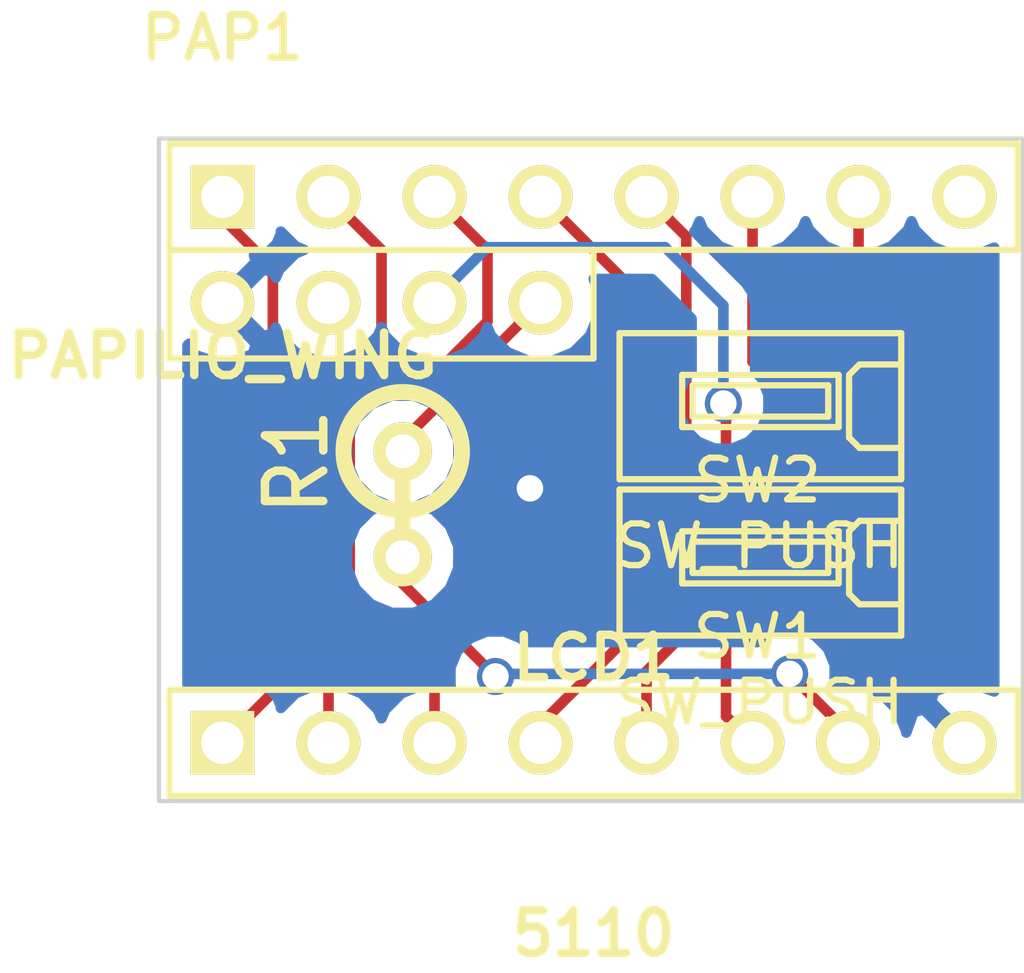
<source format=kicad_pcb>
(kicad_pcb (version 3) (host pcbnew "(2013-07-07 BZR 4022)-stable")

  (general
    (links 13)
    (no_connects 0)
    (area 175.370067 100.4951 201.878001 123.6726)
    (thickness 1.6)
    (drawings 5)
    (tracks 54)
    (zones 0)
    (modules 5)
    (nets 12)
  )

  (page A3)
  (layers
    (15 F.Cu signal)
    (0 B.Cu signal)
    (16 B.Adhes user)
    (17 F.Adhes user)
    (18 B.Paste user)
    (19 F.Paste user)
    (20 B.SilkS user)
    (21 F.SilkS user)
    (22 B.Mask user)
    (23 F.Mask user)
    (24 Dwgs.User user)
    (25 Cmts.User user)
    (26 Eco1.User user)
    (27 Eco2.User user)
    (28 Edge.Cuts user)
  )

  (setup
    (last_trace_width 0.254)
    (trace_clearance 0.254)
    (zone_clearance 0.508)
    (zone_45_only no)
    (trace_min 0.254)
    (segment_width 0.2)
    (edge_width 0.1)
    (via_size 0.889)
    (via_drill 0.635)
    (via_min_size 0.889)
    (via_min_drill 0.508)
    (uvia_size 0.508)
    (uvia_drill 0.127)
    (uvias_allowed no)
    (uvia_min_size 0.508)
    (uvia_min_drill 0.127)
    (pcb_text_width 0.3)
    (pcb_text_size 1.5 1.5)
    (mod_edge_width 0.15)
    (mod_text_size 1 1)
    (mod_text_width 0.15)
    (pad_size 1.5 1.5)
    (pad_drill 0.6)
    (pad_to_mask_clearance 0)
    (aux_axis_origin 0 0)
    (visible_elements FFFE7FBF)
    (pcbplotparams
      (layerselection 284196865)
      (usegerberextensions true)
      (excludeedgelayer true)
      (linewidth 0.150000)
      (plotframeref false)
      (viasonmask false)
      (mode 1)
      (useauxorigin false)
      (hpglpennumber 1)
      (hpglpenspeed 20)
      (hpglpendiameter 15)
      (hpglpenoverlay 2)
      (psnegative false)
      (psa4output false)
      (plotreference false)
      (plotvalue false)
      (plotothertext true)
      (plotinvisibletext false)
      (padsonsilk false)
      (subtractmaskfromsilk false)
      (outputformat 1)
      (mirror false)
      (drillshape 0)
      (scaleselection 1)
      (outputdirectory Gerbers/))
  )

  (net 0 "")
  (net 1 GND)
  (net 2 N-000001)
  (net 3 N-0000011)
  (net 4 N-0000013)
  (net 5 N-000002)
  (net 6 N-000003)
  (net 7 N-000004)
  (net 8 N-000005)
  (net 9 N-000006)
  (net 10 N-000007)
  (net 11 N-000008)

  (net_class Default "This is the default net class."
    (clearance 0.254)
    (trace_width 0.254)
    (via_dia 0.889)
    (via_drill 0.635)
    (uvia_dia 0.508)
    (uvia_drill 0.127)
    (add_net "")
    (add_net GND)
    (add_net N-000001)
    (add_net N-0000011)
    (add_net N-0000013)
    (add_net N-000002)
    (add_net N-000003)
    (add_net N-000004)
    (add_net N-000005)
    (add_net N-000006)
    (add_net N-000007)
    (add_net N-000008)
  )

  (module pin_array_8x2 (layer F.Cu) (tedit 54B83D51) (tstamp 54B83CEB)
    (at 191.389 119.507)
    (descr "Double rangee de contacts 2 x 8 pins")
    (tags CONN)
    (path /54B83A14)
    (fp_text reference LCD1 (at 0 -3.302) (layer F.SilkS)
      (effects (font (size 1.016 1.016) (thickness 0.2032)))
    )
    (fp_text value 5110 (at 0 3.302) (layer F.SilkS)
      (effects (font (size 1.016 1.016) (thickness 0.2032)))
    )
    (fp_line (start -10.16 -2.54) (end 10.16 -2.54) (layer F.SilkS) (width 0.15))
    (fp_line (start 10.16 -2.54) (end 10.16 0) (layer F.SilkS) (width 0.15))
    (fp_line (start 10.16 0) (end -10.16 0) (layer F.SilkS) (width 0.15))
    (fp_line (start -10.16 0) (end -10.16 -2.54) (layer F.SilkS) (width 0.15))
    (pad 1 thru_hole rect (at -8.89 -1.27) (size 1.524 1.524) (drill 1.016)
      (layers *.Cu *.Mask F.SilkS)
      (net 4 N-0000013)
    )
    (pad 2 thru_hole circle (at -6.35 -1.27) (size 1.524 1.524) (drill 1.016)
      (layers *.Cu *.Mask F.SilkS)
      (net 3 N-0000011)
    )
    (pad 3 thru_hole circle (at -3.81 -1.27) (size 1.524 1.524) (drill 1.016)
      (layers *.Cu *.Mask F.SilkS)
      (net 11 N-000008)
    )
    (pad 4 thru_hole circle (at -1.27 -1.27) (size 1.524 1.524) (drill 1.016)
      (layers *.Cu *.Mask F.SilkS)
      (net 5 N-000002)
    )
    (pad 5 thru_hole circle (at 1.27 -1.27) (size 1.524 1.524) (drill 1.016)
      (layers *.Cu *.Mask F.SilkS)
      (net 6 N-000003)
    )
    (pad 6 thru_hole circle (at 3.81 -1.27) (size 1.524 1.524) (drill 1.016)
      (layers *.Cu *.Mask F.SilkS)
      (net 9 N-000006)
    )
    (pad 7 thru_hole circle (at 6.096 -1.27) (size 1.524 1.524) (drill 1.016)
      (layers *.Cu *.Mask F.SilkS)
      (net 8 N-000005)
    )
    (pad 8 thru_hole circle (at 8.89 -1.27) (size 1.524 1.524) (drill 1.016)
      (layers *.Cu *.Mask F.SilkS)
      (net 1 GND)
    )
    (model pin_array/pins_array_8x2.wrl
      (at (xyz 0 0 0))
      (scale (xyz 1 1 1))
      (rotate (xyz 0 0 0))
    )
  )

  (module R1 (layer F.Cu) (tedit 200000) (tstamp 54B83CD3)
    (at 186.817 112.522 270)
    (descr "Resistance verticale")
    (tags R)
    (path /54B83B76)
    (autoplace_cost90 10)
    (autoplace_cost180 10)
    (fp_text reference R1 (at -1.016 2.54 270) (layer F.SilkS)
      (effects (font (size 1.397 1.27) (thickness 0.2032)))
    )
    (fp_text value R (at -1.143 2.54 270) (layer F.SilkS) hide
      (effects (font (size 1.397 1.27) (thickness 0.2032)))
    )
    (fp_line (start -1.27 0) (end 1.27 0) (layer F.SilkS) (width 0.381))
    (fp_circle (center -1.27 0) (end -0.635 1.27) (layer F.SilkS) (width 0.381))
    (pad 1 thru_hole circle (at -1.27 0 270) (size 1.397 1.397) (drill 0.8128)
      (layers *.Cu *.Mask F.SilkS)
      (net 7 N-000004)
    )
    (pad 2 thru_hole circle (at 1.27 0 270) (size 1.397 1.397) (drill 0.8128)
      (layers *.Cu *.Mask F.SilkS)
      (net 8 N-000005)
    )
    (model discret/verti_resistor.wrl
      (at (xyz 0 0 0))
      (scale (xyz 1 1 1))
      (rotate (xyz 0 0 0))
    )
  )

  (module Papilio_Wing (layer F.Cu) (tedit 5404AF8C) (tstamp 54B83D04)
    (at 182.499 105.156)
    (descr "Double rangee de contacts 2 x 6 pins")
    (tags CONN)
    (path /54B83A23)
    (fp_text reference PAP1 (at 0 -3.81) (layer F.SilkS)
      (effects (font (size 1.016 1.016) (thickness 0.1778)))
    )
    (fp_text value PAPILIO_WING (at 0 3.81) (layer F.SilkS)
      (effects (font (size 1.016 1.016) (thickness 0.2032)))
    )
    (fp_line (start 19.05 0) (end 19.05 1.27) (layer F.SilkS) (width 0.15))
    (fp_line (start 8.89 1.27) (end 19.05 1.27) (layer F.SilkS) (width 0.15))
    (fp_line (start 19.05 0) (end 19.05 -1.27) (layer F.SilkS) (width 0.15))
    (fp_line (start 19.05 -1.27) (end -1.27 -1.27) (layer F.SilkS) (width 0.15))
    (fp_line (start -1.27 -1.27) (end -1.27 -1.143) (layer F.SilkS) (width 0.15))
    (fp_line (start 8.89 1.27) (end -1.27 1.27) (layer F.SilkS) (width 0.15))
    (fp_line (start -1.27 -1.2065) (end -1.27 3.8735) (layer F.SilkS) (width 0.15))
    (fp_line (start -1.27 3.8735) (end 8.89 3.8735) (layer F.SilkS) (width 0.15))
    (fp_line (start 8.89 3.8735) (end 8.89 1.3335) (layer F.SilkS) (width 0.15))
    (pad 1 thru_hole rect (at 0 0) (size 1.524 1.524) (drill 1.016)
      (layers *.Cu *.Mask F.SilkS)
      (net 4 N-0000013)
    )
    (pad 7 thru_hole circle (at 15.24 0) (size 1.524 1.524) (drill 1.016)
      (layers *.Cu *.Mask F.SilkS)
      (net 2 N-000001)
    )
    (pad 2 thru_hole circle (at 2.54 0) (size 1.524 1.524) (drill 1.016)
      (layers *.Cu *.Mask F.SilkS)
      (net 3 N-0000011)
    )
    (pad 8 thru_hole circle (at 17.78 0) (size 1.524 1.524) (drill 1.016)
      (layers *.Cu *.Mask F.SilkS)
    )
    (pad 3 thru_hole circle (at 5.08 0) (size 1.524 1.524) (drill 1.016)
      (layers *.Cu *.Mask F.SilkS)
      (net 11 N-000008)
    )
    (pad 4 thru_hole circle (at 7.62 0) (size 1.524 1.524) (drill 1.016)
      (layers *.Cu *.Mask F.SilkS)
      (net 5 N-000002)
    )
    (pad 5 thru_hole circle (at 10.16 0) (size 1.524 1.524) (drill 1.016)
      (layers *.Cu *.Mask F.SilkS)
      (net 6 N-000003)
    )
    (pad 6 thru_hole circle (at 12.7 0) (size 1.524 1.524) (drill 1.016)
      (layers *.Cu *.Mask F.SilkS)
      (net 10 N-000007)
    )
    (pad 9 thru_hole circle (at 7.62 2.54) (size 1.524 1.524) (drill 1.016)
      (layers *.Cu *.Mask F.SilkS)
      (net 7 N-000004)
    )
    (pad 10 thru_hole circle (at 5.08 2.54) (size 1.524 1.524) (drill 1.016)
      (layers *.Cu *.Mask F.SilkS)
      (net 9 N-000006)
    )
    (pad 11 thru_hole circle (at 2.54 2.54) (size 1.524 1.524) (drill 1.016)
      (layers *.Cu *.Mask F.SilkS)
    )
    (pad 12 thru_hole circle (at 0 2.54) (size 1.524 1.524) (drill 1.016)
      (layers *.Cu *.Mask F.SilkS)
      (net 1 GND)
    )
    (model pin_array/pins_array_6x2.wrl
      (at (xyz 0 0 0))
      (scale (xyz 1 1 1))
      (rotate (xyz 0 0 0))
    )
  )

  (module FSMSM (layer F.Cu) (tedit 54B82DE5) (tstamp 54B83D1C)
    (at 195.2625 113.919 180)
    (path /54B83BD5)
    (fp_text reference SW1 (at -0.0508 -1.778 180) (layer F.SilkS)
      (effects (font (size 1 1) (thickness 0.15)))
    )
    (fp_text value SW_PUSH (at -0.1016 -3.3528 180) (layer F.SilkS)
      (effects (font (size 1 1) (thickness 0.15)))
    )
    (fp_line (start -2.25 0.5) (end -2.25 0.75) (layer F.SilkS) (width 0.15))
    (fp_line (start -3.5 -1) (end -2.5 -1) (layer F.SilkS) (width 0.15))
    (fp_line (start -2.5 -1) (end -2.25 -0.75) (layer F.SilkS) (width 0.15))
    (fp_line (start -2.25 -0.75) (end -2.25 0.5) (layer F.SilkS) (width 0.15))
    (fp_line (start -2.25 0.75) (end -2.5 1) (layer F.SilkS) (width 0.15))
    (fp_line (start -2.5 1) (end -3.5 1) (layer F.SilkS) (width 0.15))
    (fp_line (start -1.75 -0.25) (end -1.75 0.5) (layer F.SilkS) (width 0.15))
    (fp_line (start -1.75 0.5) (end 1.5 0.5) (layer F.SilkS) (width 0.15))
    (fp_line (start 1.5 0.5) (end 1.5 -0.25) (layer F.SilkS) (width 0.15))
    (fp_line (start 1.5 -0.25) (end -1.75 -0.25) (layer F.SilkS) (width 0.15))
    (fp_line (start -2 -0.5) (end -2 0.75) (layer F.SilkS) (width 0.15))
    (fp_line (start -2 0.75) (end 1.75 0.75) (layer F.SilkS) (width 0.15))
    (fp_line (start 1.75 0.75) (end 1.75 -0.5) (layer F.SilkS) (width 0.15))
    (fp_line (start 1.75 -0.5) (end -2 -0.5) (layer F.SilkS) (width 0.15))
    (fp_line (start -3.5 -1.75) (end -3.5 1.75) (layer F.SilkS) (width 0.15))
    (fp_line (start -3.5 1.75) (end 3.25 1.75) (layer F.SilkS) (width 0.15))
    (fp_line (start 3.25 1.75) (end 3.25 -1.75) (layer F.SilkS) (width 0.15))
    (fp_line (start 3.25 -1.75) (end -3.5 -1.75) (layer F.SilkS) (width 0.15))
    (pad 1 smd rect (at -4.75 0 180) (size 2.11 1.6)
      (layers F.Cu F.Paste F.Mask)
      (net 10 N-000007)
    )
    (pad 2 smd rect (at 4.5 0 180) (size 2.11 1.6)
      (layers F.Cu F.Paste F.Mask)
      (net 1 GND)
    )
  )

  (module FSMSM (layer F.Cu) (tedit 54B82DE5) (tstamp 54B83D34)
    (at 195.2625 110.1725 180)
    (path /54B83C14)
    (fp_text reference SW2 (at -0.0508 -1.778 180) (layer F.SilkS)
      (effects (font (size 1 1) (thickness 0.15)))
    )
    (fp_text value SW_PUSH (at -0.1016 -3.3528 180) (layer F.SilkS)
      (effects (font (size 1 1) (thickness 0.15)))
    )
    (fp_line (start -2.25 0.5) (end -2.25 0.75) (layer F.SilkS) (width 0.15))
    (fp_line (start -3.5 -1) (end -2.5 -1) (layer F.SilkS) (width 0.15))
    (fp_line (start -2.5 -1) (end -2.25 -0.75) (layer F.SilkS) (width 0.15))
    (fp_line (start -2.25 -0.75) (end -2.25 0.5) (layer F.SilkS) (width 0.15))
    (fp_line (start -2.25 0.75) (end -2.5 1) (layer F.SilkS) (width 0.15))
    (fp_line (start -2.5 1) (end -3.5 1) (layer F.SilkS) (width 0.15))
    (fp_line (start -1.75 -0.25) (end -1.75 0.5) (layer F.SilkS) (width 0.15))
    (fp_line (start -1.75 0.5) (end 1.5 0.5) (layer F.SilkS) (width 0.15))
    (fp_line (start 1.5 0.5) (end 1.5 -0.25) (layer F.SilkS) (width 0.15))
    (fp_line (start 1.5 -0.25) (end -1.75 -0.25) (layer F.SilkS) (width 0.15))
    (fp_line (start -2 -0.5) (end -2 0.75) (layer F.SilkS) (width 0.15))
    (fp_line (start -2 0.75) (end 1.75 0.75) (layer F.SilkS) (width 0.15))
    (fp_line (start 1.75 0.75) (end 1.75 -0.5) (layer F.SilkS) (width 0.15))
    (fp_line (start 1.75 -0.5) (end -2 -0.5) (layer F.SilkS) (width 0.15))
    (fp_line (start -3.5 -1.75) (end -3.5 1.75) (layer F.SilkS) (width 0.15))
    (fp_line (start -3.5 1.75) (end 3.25 1.75) (layer F.SilkS) (width 0.15))
    (fp_line (start 3.25 1.75) (end 3.25 -1.75) (layer F.SilkS) (width 0.15))
    (fp_line (start 3.25 -1.75) (end -3.5 -1.75) (layer F.SilkS) (width 0.15))
    (pad 1 smd rect (at -4.75 0 180) (size 2.11 1.6)
      (layers F.Cu F.Paste F.Mask)
      (net 2 N-000001)
    )
    (pad 2 smd rect (at 4.5 0 180) (size 2.11 1.6)
      (layers F.Cu F.Paste F.Mask)
      (net 1 GND)
    )
  )

  (gr_line (start 180.975 119.634) (end 181.102 119.634) (angle 90) (layer Edge.Cuts) (width 0.1))
  (gr_line (start 180.975 103.759) (end 180.975 119.634) (angle 90) (layer Edge.Cuts) (width 0.1))
  (gr_line (start 201.676 103.759) (end 180.975 103.759) (angle 90) (layer Edge.Cuts) (width 0.1))
  (gr_line (start 201.676 119.634) (end 201.676 103.759) (angle 90) (layer Edge.Cuts) (width 0.1))
  (gr_line (start 181.102 119.634) (end 201.676 119.634) (angle 90) (layer Edge.Cuts) (width 0.1))

  (segment (start 190.7625 112.0775) (end 189.9285 112.0775) (width 0.254) (layer F.Cu) (net 1))
  (via (at 189.865 112.141) (size 0.889) (layers F.Cu B.Cu) (net 1))
  (segment (start 189.9285 112.0775) (end 189.865 112.141) (width 0.254) (layer F.Cu) (net 1) (tstamp 54B840D1))
  (segment (start 190.7625 110.1725) (end 190.7625 112.0775) (width 0.254) (layer F.Cu) (net 1))
  (segment (start 190.7625 112.0775) (end 190.7625 113.919) (width 0.254) (layer F.Cu) (net 1) (tstamp 54B840CF))
  (segment (start 200.0125 110.1725) (end 200.0125 108.763) (width 0.254) (layer F.Cu) (net 2))
  (segment (start 197.739 106.4895) (end 197.739 105.156) (width 0.254) (layer F.Cu) (net 2) (tstamp 54B840C5))
  (segment (start 200.0125 108.763) (end 197.739 106.4895) (width 0.254) (layer F.Cu) (net 2) (tstamp 54B840C3))
  (segment (start 185.039 118.237) (end 185.039 111.125) (width 0.254) (layer F.Cu) (net 3))
  (segment (start 186.309 106.426) (end 185.039 105.156) (width 0.254) (layer F.Cu) (net 3) (tstamp 54B83FFB))
  (segment (start 186.309 108.712) (end 186.309 106.426) (width 0.254) (layer F.Cu) (net 3) (tstamp 54B83FF9))
  (segment (start 185.039 109.982) (end 186.309 108.712) (width 0.254) (layer F.Cu) (net 3) (tstamp 54B83FF8))
  (segment (start 185.039 111.125) (end 185.039 109.982) (width 0.254) (layer F.Cu) (net 3) (tstamp 54B83FF7))
  (segment (start 182.499 105.156) (end 182.499 105.664) (width 0.254) (layer F.Cu) (net 4))
  (segment (start 183.7055 117.0305) (end 182.499 118.237) (width 0.254) (layer F.Cu) (net 4) (tstamp 54B83FF3))
  (segment (start 183.7055 106.8705) (end 183.7055 117.0305) (width 0.254) (layer F.Cu) (net 4) (tstamp 54B83FF1))
  (segment (start 182.499 105.664) (end 183.7055 106.8705) (width 0.254) (layer F.Cu) (net 4) (tstamp 54B83FF0))
  (segment (start 190.119 118.237) (end 190.119 117.7925) (width 0.254) (layer F.Cu) (net 5))
  (segment (start 192.786 107.823) (end 190.119 105.156) (width 0.254) (layer F.Cu) (net 5) (tstamp 54B8405A))
  (segment (start 192.786 115.1255) (end 192.786 107.823) (width 0.254) (layer F.Cu) (net 5) (tstamp 54B84058))
  (segment (start 190.119 117.7925) (end 192.786 115.1255) (width 0.254) (layer F.Cu) (net 5) (tstamp 54B84057))
  (segment (start 192.659 118.237) (end 192.659 116.5225) (width 0.254) (layer F.Cu) (net 6))
  (segment (start 193.6115 106.1085) (end 192.659 105.156) (width 0.254) (layer F.Cu) (net 6) (tstamp 54B84060))
  (segment (start 193.6115 115.57) (end 193.6115 106.1085) (width 0.254) (layer F.Cu) (net 6) (tstamp 54B8405F))
  (segment (start 192.659 116.5225) (end 193.6115 115.57) (width 0.254) (layer F.Cu) (net 6) (tstamp 54B8405E))
  (segment (start 186.817 111.252) (end 186.817 110.998) (width 0.254) (layer F.Cu) (net 7))
  (segment (start 186.817 110.998) (end 190.119 107.696) (width 0.254) (layer F.Cu) (net 7) (tstamp 54B840D6))
  (segment (start 186.817 113.792) (end 186.817 114.427) (width 0.254) (layer F.Cu) (net 8))
  (segment (start 197.485 117.983) (end 197.485 118.237) (width 0.254) (layer F.Cu) (net 8) (tstamp 54B840DF))
  (segment (start 196.088 116.586) (end 197.485 117.983) (width 0.254) (layer F.Cu) (net 8) (tstamp 54B840DE))
  (via (at 196.088 116.586) (size 0.889) (layers F.Cu B.Cu) (net 8))
  (segment (start 189.103 116.586) (end 196.088 116.586) (width 0.254) (layer B.Cu) (net 8) (tstamp 54B840DC))
  (segment (start 189.0395 116.6495) (end 189.103 116.586) (width 0.254) (layer B.Cu) (net 8) (tstamp 54B840DB))
  (via (at 189.0395 116.6495) (size 0.889) (layers F.Cu B.Cu) (net 8))
  (segment (start 186.817 114.427) (end 189.0395 116.6495) (width 0.254) (layer F.Cu) (net 8) (tstamp 54B840D9))
  (segment (start 187.579 107.696) (end 187.579 107.6325) (width 0.254) (layer B.Cu) (net 9))
  (segment (start 194.564 117.602) (end 195.199 118.237) (width 0.254) (layer F.Cu) (net 9) (tstamp 54B840EE))
  (segment (start 194.564 110.1725) (end 194.564 117.602) (width 0.254) (layer F.Cu) (net 9) (tstamp 54B840ED))
  (segment (start 194.5005 110.109) (end 194.564 110.1725) (width 0.254) (layer F.Cu) (net 9) (tstamp 54B840EC))
  (via (at 194.5005 110.109) (size 0.889) (layers F.Cu B.Cu) (net 9))
  (segment (start 194.5005 107.7595) (end 194.5005 110.109) (width 0.254) (layer B.Cu) (net 9) (tstamp 54B840E9))
  (segment (start 193.1035 106.3625) (end 194.5005 107.7595) (width 0.254) (layer B.Cu) (net 9) (tstamp 54B840E7))
  (segment (start 188.849 106.3625) (end 193.1035 106.3625) (width 0.254) (layer B.Cu) (net 9) (tstamp 54B840E5))
  (segment (start 187.579 107.6325) (end 188.849 106.3625) (width 0.254) (layer B.Cu) (net 9) (tstamp 54B840E4))
  (segment (start 195.199 105.156) (end 195.199 109.1055) (width 0.254) (layer F.Cu) (net 10))
  (segment (start 195.199 109.1055) (end 200.0125 113.919) (width 0.254) (layer F.Cu) (net 10) (tstamp 54B840C9))
  (segment (start 187.579 118.237) (end 187.579 116.966998) (width 0.254) (layer F.Cu) (net 11))
  (segment (start 188.849 106.426) (end 187.579 105.156) (width 0.254) (layer F.Cu) (net 11) (tstamp 54B8400A))
  (segment (start 188.849 108.1405) (end 188.849 106.426) (width 0.254) (layer F.Cu) (net 11) (tstamp 54B84008))
  (segment (start 187.833 109.1565) (end 188.849 108.1405) (width 0.254) (layer F.Cu) (net 11) (tstamp 54B84006))
  (segment (start 186.582924 109.1565) (end 187.833 109.1565) (width 0.254) (layer F.Cu) (net 11) (tstamp 54B84004))
  (segment (start 185.547002 110.192422) (end 186.582924 109.1565) (width 0.254) (layer F.Cu) (net 11) (tstamp 54B84003))
  (segment (start 185.547002 114.935) (end 185.547002 110.192422) (width 0.254) (layer F.Cu) (net 11) (tstamp 54B84001))
  (segment (start 187.579 116.966998) (end 185.547002 114.935) (width 0.254) (layer F.Cu) (net 11) (tstamp 54B83FFF))

  (zone (net 1) (net_name GND) (layer B.Cu) (tstamp 54B83FE7) (hatch edge 0.508)
    (connect_pads (clearance 0.508))
    (min_thickness 0.254)
    (fill (arc_segments 16) (thermal_gap 0.508) (thermal_bridge_width 0.508))
    (polygon
      (pts
        (xy 201.676 119.634) (xy 180.975 119.634) (xy 180.975 103.759) (xy 201.676 103.759)
      )
    )
    (filled_polygon
      (pts
        (xy 200.991 117.007774) (xy 200.486696 116.827857) (xy 199.931631 116.85564) (xy 199.547858 117.014604) (xy 199.478393 117.256788)
        (xy 200.279 118.057395) (xy 200.293142 118.043252) (xy 200.472747 118.222857) (xy 200.458605 118.237) (xy 200.472747 118.251142)
        (xy 200.293142 118.430747) (xy 200.279 118.416605) (xy 200.264857 118.430747) (xy 200.085252 118.251142) (xy 200.099395 118.237)
        (xy 199.298788 117.436393) (xy 199.056604 117.505858) (xy 198.882211 117.994676) (xy 198.882241 117.960339) (xy 198.670009 117.446697)
        (xy 198.27737 117.053372) (xy 197.764099 116.840244) (xy 197.208339 116.839759) (xy 197.139723 116.86811) (xy 197.167313 116.801668)
        (xy 197.167687 116.372216) (xy 197.003689 115.975311) (xy 196.700286 115.671378) (xy 196.303668 115.506687) (xy 195.874216 115.506313)
        (xy 195.477311 115.670311) (xy 195.323353 115.824) (xy 189.740752 115.824) (xy 189.651786 115.734878) (xy 189.255168 115.570187)
        (xy 188.825716 115.569813) (xy 188.428811 115.733811) (xy 188.15073 116.011407) (xy 188.15073 113.527914) (xy 187.948145 113.03762)
        (xy 187.573353 112.662174) (xy 187.235551 112.521906) (xy 187.57138 112.383145) (xy 187.946826 112.008353) (xy 188.150267 111.518413)
        (xy 188.15073 110.987914) (xy 187.948145 110.49762) (xy 187.573353 110.122174) (xy 187.083413 109.918733) (xy 186.552914 109.91827)
        (xy 186.06262 110.120855) (xy 185.687174 110.495647) (xy 185.483733 110.985587) (xy 185.48327 111.516086) (xy 185.685855 112.00638)
        (xy 186.060647 112.381826) (xy 186.398448 112.522093) (xy 186.06262 112.660855) (xy 185.687174 113.035647) (xy 185.483733 113.525587)
        (xy 185.48327 114.056086) (xy 185.685855 114.54638) (xy 186.060647 114.921826) (xy 186.550587 115.125267) (xy 187.081086 115.12573)
        (xy 187.57138 114.923145) (xy 187.946826 114.548353) (xy 188.150267 114.058413) (xy 188.15073 113.527914) (xy 188.15073 116.011407)
        (xy 188.124878 116.037214) (xy 187.960187 116.433832) (xy 187.959813 116.863284) (xy 187.969386 116.886454) (xy 187.858099 116.840244)
        (xy 187.302339 116.839759) (xy 186.788697 117.051991) (xy 186.395372 117.44463) (xy 186.30905 117.652514) (xy 186.224009 117.446697)
        (xy 185.83137 117.053372) (xy 185.318099 116.840244) (xy 184.762339 116.839759) (xy 184.248697 117.051991) (xy 183.89611 117.403963)
        (xy 183.89611 117.349245) (xy 183.799641 117.115771) (xy 183.621168 116.936987) (xy 183.387864 116.840111) (xy 183.299607 116.840033)
        (xy 183.135245 116.83989) (xy 181.66 116.83989) (xy 181.66 108.714608) (xy 181.698393 108.676214) (xy 181.767858 108.918396)
        (xy 182.291304 109.105143) (xy 182.846369 109.07736) (xy 183.230142 108.918396) (xy 183.299607 108.676212) (xy 182.499 107.875605)
        (xy 182.484857 107.889747) (xy 182.305252 107.710142) (xy 182.319395 107.696) (xy 182.305252 107.681857) (xy 182.484857 107.502252)
        (xy 182.499 107.516395) (xy 183.299607 106.715788) (xy 183.252946 106.55311) (xy 183.386755 106.55311) (xy 183.620229 106.456641)
        (xy 183.799013 106.278168) (xy 183.895889 106.044864) (xy 183.895938 105.988323) (xy 184.24663 106.339628) (xy 184.454514 106.425949)
        (xy 184.248697 106.510991) (xy 183.855372 106.90363) (xy 183.775605 107.09573) (xy 183.721396 106.964858) (xy 183.479212 106.895393)
        (xy 182.678605 107.696) (xy 183.479212 108.496607) (xy 183.721396 108.427142) (xy 183.771508 108.286678) (xy 183.853991 108.486303)
        (xy 184.24663 108.879628) (xy 184.759901 109.092756) (xy 185.315661 109.093241) (xy 185.829303 108.881009) (xy 186.222628 108.48837)
        (xy 186.308949 108.280485) (xy 186.393991 108.486303) (xy 186.78663 108.879628) (xy 187.299901 109.092756) (xy 187.855661 109.093241)
        (xy 188.369303 108.881009) (xy 188.762628 108.48837) (xy 188.848949 108.280485) (xy 188.933991 108.486303) (xy 189.32663 108.879628)
        (xy 189.839901 109.092756) (xy 190.395661 109.093241) (xy 190.909303 108.881009) (xy 191.302628 108.48837) (xy 191.515756 107.975099)
        (xy 191.516241 107.419339) (xy 191.394416 107.1245) (xy 192.787869 107.1245) (xy 193.7385 108.07513) (xy 193.7385 109.344358)
        (xy 193.585878 109.496714) (xy 193.421187 109.893332) (xy 193.420813 110.322784) (xy 193.584811 110.719689) (xy 193.888214 111.023622)
        (xy 194.284832 111.188313) (xy 194.714284 111.188687) (xy 195.111189 111.024689) (xy 195.415122 110.721286) (xy 195.579813 110.324668)
        (xy 195.580187 109.895216) (xy 195.416189 109.498311) (xy 195.2625 109.344353) (xy 195.2625 107.7595) (xy 195.204496 107.467895)
        (xy 195.039315 107.220685) (xy 195.039315 107.220684) (xy 193.804781 105.98615) (xy 193.842628 105.94837) (xy 193.928949 105.740485)
        (xy 194.013991 105.946303) (xy 194.40663 106.339628) (xy 194.919901 106.552756) (xy 195.475661 106.553241) (xy 195.989303 106.341009)
        (xy 196.382628 105.94837) (xy 196.468949 105.740485) (xy 196.553991 105.946303) (xy 196.94663 106.339628) (xy 197.459901 106.552756)
        (xy 198.015661 106.553241) (xy 198.529303 106.341009) (xy 198.922628 105.94837) (xy 199.008949 105.740485) (xy 199.093991 105.946303)
        (xy 199.48663 106.339628) (xy 199.999901 106.552756) (xy 200.555661 106.553241) (xy 200.991 106.373363) (xy 200.991 117.007774)
      )
    )
  )
)

</source>
